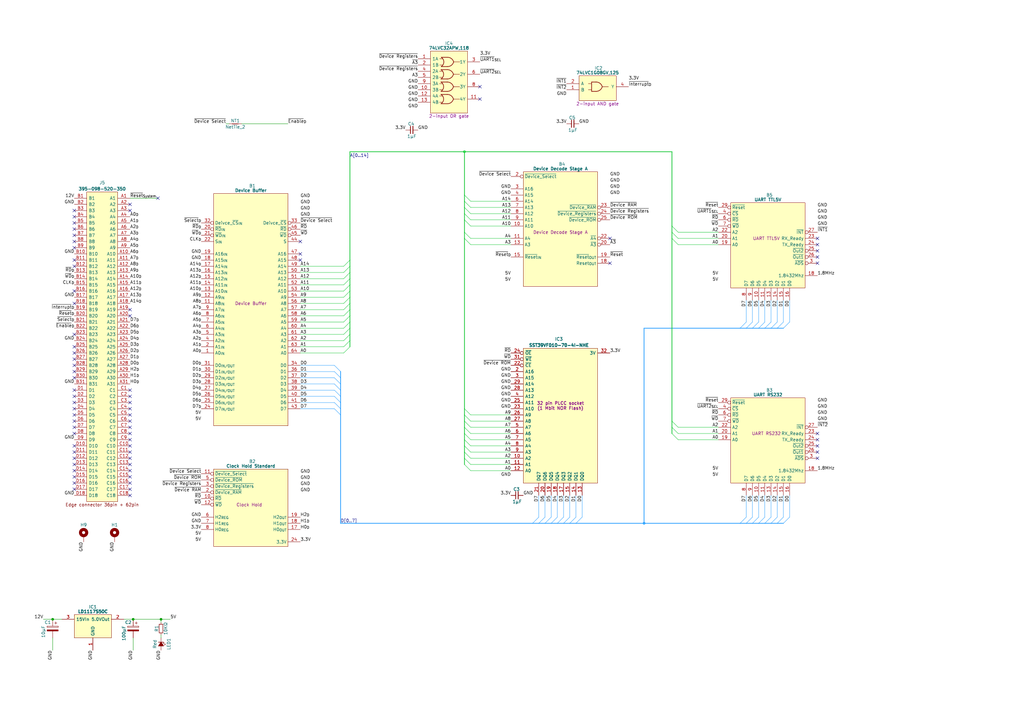
<source format=kicad_sch>
(kicad_sch (version 20231120) (generator "eeschema") (generator_version "8.0")
  (paper "A3")
  (title_block (title "HCP65 UART Board") (date "2024-08-04") (rev "V0"))
  (junction (at 66.04 254))
  (junction (at 264.16 214.63) (color 36 156 255 1))
  (junction (at 190.5 62.23) (color 24 199 56 1))
  (junction (at 54.61 254))
  (junction (at 21.59 254))
  (no_connect (at 30.48 177.8))
  (no_connect (at 30.48 185.42))
  (no_connect (at 64.77 81.28))
  (no_connect (at 196.85 35.56))
  (no_connect (at 30.48 172.72))
  (no_connect (at 30.48 88.9))
  (no_connect (at 53.34 83.82))
  (no_connect (at 30.48 187.96))
  (no_connect (at 53.34 162.56))
  (no_connect (at 53.34 185.42))
  (no_connect (at 30.48 147.32))
  (no_connect (at 30.48 149.86))
  (no_connect (at 30.48 175.26))
  (no_connect (at 53.34 86.36))
  (no_connect (at 30.48 200.66))
  (no_connect (at 335.28 100.33))
  (no_connect (at 196.85 40.64))
  (no_connect (at 53.34 187.96))
  (no_connect (at 335.28 97.79))
  (no_connect (at 30.48 99.06))
  (no_connect (at 250.19 97.79))
  (no_connect (at 335.28 182.88))
  (no_connect (at 53.34 190.5))
  (no_connect (at 30.48 119.38))
  (no_connect (at 53.34 129.54))
  (no_connect (at 53.34 180.34))
  (no_connect (at 335.28 107.95))
  (no_connect (at 30.48 154.94))
  (no_connect (at 53.34 160.02))
  (no_connect (at 30.48 101.6))
  (no_connect (at 30.48 190.5))
  (no_connect (at 30.48 170.18))
  (no_connect (at 30.48 165.1))
  (no_connect (at 335.28 105.41))
  (no_connect (at 53.34 200.66))
  (no_connect (at 30.48 193.04))
  (no_connect (at 30.48 160.02))
  (no_connect (at 30.48 198.12))
  (no_connect (at 53.34 175.26))
  (no_connect (at 53.34 198.12))
  (no_connect (at 123.19 99.06))
  (no_connect (at 53.34 177.8))
  (no_connect (at 30.48 195.58))
  (no_connect (at 53.34 170.18))
  (no_connect (at 30.48 109.22))
  (no_connect (at 30.48 142.24))
  (no_connect (at 335.28 102.87))
  (no_connect (at 53.34 193.04))
  (no_connect (at 30.48 182.88))
  (no_connect (at 250.19 107.95))
  (no_connect (at 335.28 185.42))
  (no_connect (at 335.28 180.34))
  (no_connect (at 30.48 162.56))
  (no_connect (at 123.19 106.68))
  (no_connect (at 30.48 137.16))
  (no_connect (at 53.34 165.1))
  (no_connect (at 30.48 124.46))
  (no_connect (at 30.48 144.78))
  (no_connect (at 53.34 172.72))
  (no_connect (at 30.48 86.36))
  (no_connect (at 30.48 93.98))
  (no_connect (at 53.34 182.88))
  (no_connect (at 53.34 127))
  (no_connect (at 30.48 106.68))
  (no_connect (at 30.48 152.4))
  (no_connect (at 335.28 187.96))
  (no_connect (at 30.48 96.52))
  (no_connect (at 53.34 203.2))
  (no_connect (at 53.34 195.58))
  (no_connect (at 30.48 167.64))
  (no_connect (at 335.28 177.8))
  (no_connect (at 30.48 91.44))
  (no_connect (at 123.19 104.14))
  (no_connect (at 53.34 167.64))
  (bus_entry (at 190.5 170.18) (size 2.54 2.54) (stroke (width 0) (color 24 199 56 1)))
  (bus_entry (at 311.15 212.09) (size -2.54 2.54) (stroke (width 0) (color 36 156 255 1)))
  (bus_entry (at 321.31 212.09) (size -2.54 2.54) (stroke (width 0) (color 36 156 255 1)))
  (bus_entry (at 137.16 167.64) (size 2.54 2.54) (stroke (width 0) (color 36 156 255 1)))
  (bus_entry (at 275.59 95.25) (size 2.54 2.54) (stroke (width 0) (color 24 199 56 1)))
  (bus_entry (at 313.69 132.08) (size -2.54 2.54) (stroke (width 0) (color 36 156 255 1)))
  (bus_entry (at 190.5 177.8) (size 2.54 2.54) (stroke (width 0) (color 24 199 56 1)))
  (bus_entry (at 143.51 109.22) (size -2.54 2.54) (stroke (width 0) (color 24 199 56 1)))
  (bus_entry (at 190.5 82.55) (size 2.54 2.54) (stroke (width 0) (color 24 199 56 1)))
  (bus_entry (at 143.51 121.92) (size -2.54 2.54) (stroke (width 0) (color 24 199 56 1)))
  (bus_entry (at 228.6 212.09) (size -2.54 2.54) (stroke (width 0) (color 36 156 255 1)))
  (bus_entry (at 143.51 106.68) (size -2.54 2.54) (stroke (width 0) (color 24 199 56 1)))
  (bus_entry (at 143.51 137.16) (size -2.54 2.54) (stroke (width 0) (color 24 199 56 1)))
  (bus_entry (at 223.52 212.09) (size -2.54 2.54) (stroke (width 0) (color 36 156 255 1)))
  (bus_entry (at 233.68 212.09) (size -2.54 2.54) (stroke (width 0) (color 36 156 255 1)))
  (bus_entry (at 318.77 212.09) (size -2.54 2.54) (stroke (width 0) (color 36 156 255 1)))
  (bus_entry (at 190.5 167.64) (size 2.54 2.54) (stroke (width 0) (color 24 199 56 1)))
  (bus_entry (at 323.85 132.08) (size -2.54 2.54) (stroke (width 0) (color 36 156 255 1)))
  (bus_entry (at 275.59 177.8) (size 2.54 2.54) (stroke (width 0) (color 24 199 56 1)))
  (bus_entry (at 137.16 162.56) (size 2.54 2.54) (stroke (width 0) (color 36 156 255 1)))
  (bus_entry (at 238.76 212.09) (size -2.54 2.54) (stroke (width 0) (color 36 156 255 1)))
  (bus_entry (at 190.5 95.25) (size 2.54 2.54) (stroke (width 0) (color 24 199 56 1)))
  (bus_entry (at 306.07 132.08) (size -2.54 2.54) (stroke (width 0) (color 36 156 255 1)))
  (bus_entry (at 311.15 132.08) (size -2.54 2.54) (stroke (width 0) (color 36 156 255 1)))
  (bus_entry (at 143.51 111.76) (size -2.54 2.54) (stroke (width 0) (color 24 199 56 1)))
  (bus_entry (at 220.98 212.09) (size -2.54 2.54) (stroke (width 0) (color 36 156 255 1)))
  (bus_entry (at 236.22 212.09) (size -2.54 2.54) (stroke (width 0) (color 36 156 255 1)))
  (bus_entry (at 190.5 187.96) (size 2.54 2.54) (stroke (width 0) (color 24 199 56 1)))
  (bus_entry (at 143.51 124.46) (size -2.54 2.54) (stroke (width 0) (color 24 199 56 1)))
  (bus_entry (at 190.5 185.42) (size 2.54 2.54) (stroke (width 0) (color 24 199 56 1)))
  (bus_entry (at 275.59 92.71) (size 2.54 2.54) (stroke (width 0) (color 24 199 56 1)))
  (bus_entry (at 137.16 160.02) (size 2.54 2.54) (stroke (width 0) (color 36 156 255 1)))
  (bus_entry (at 190.5 97.79) (size 2.54 2.54) (stroke (width 0) (color 24 199 56 1)))
  (bus_entry (at 143.51 139.7) (size -2.54 2.54) (stroke (width 0) (color 24 199 56 1)))
  (bus_entry (at 275.59 175.26) (size 2.54 2.54) (stroke (width 0) (color 24 199 56 1)))
  (bus_entry (at 275.59 97.79) (size 2.54 2.54) (stroke (width 0) (color 24 199 56 1)))
  (bus_entry (at 190.5 180.34) (size 2.54 2.54) (stroke (width 0) (color 24 199 56 1)))
  (bus_entry (at 190.5 85.09) (size 2.54 2.54) (stroke (width 0) (color 24 199 56 1)))
  (bus_entry (at 143.51 132.08) (size -2.54 2.54) (stroke (width 0) (color 24 199 56 1)))
  (bus_entry (at 190.5 190.5) (size 2.54 2.54) (stroke (width 0) (color 24 199 56 1)))
  (bus_entry (at 190.5 172.72) (size 2.54 2.54) (stroke (width 0) (color 24 199 56 1)))
  (bus_entry (at 137.16 149.86) (size 2.54 2.54) (stroke (width 0) (color 36 156 255 1)))
  (bus_entry (at 190.5 90.17) (size 2.54 2.54) (stroke (width 0) (color 24 199 56 1)))
  (bus_entry (at 231.14 212.09) (size -2.54 2.54) (stroke (width 0) (color 36 156 255 1)))
  (bus_entry (at 143.51 114.3) (size -2.54 2.54) (stroke (width 0) (color 24 199 56 1)))
  (bus_entry (at 308.61 132.08) (size -2.54 2.54) (stroke (width 0) (color 36 156 255 1)))
  (bus_entry (at 137.16 154.94) (size 2.54 2.54) (stroke (width 0) (color 36 156 255 1)))
  (bus_entry (at 190.5 80.01) (size 2.54 2.54) (stroke (width 0) (color 24 199 56 1)))
  (bus_entry (at 143.51 134.62) (size -2.54 2.54) (stroke (width 0) (color 24 199 56 1)))
  (bus_entry (at 137.16 165.1) (size 2.54 2.54) (stroke (width 0) (color 36 156 255 1)))
  (bus_entry (at 190.5 175.26) (size 2.54 2.54) (stroke (width 0) (color 24 199 56 1)))
  (bus_entry (at 318.77 132.08) (size -2.54 2.54) (stroke (width 0) (color 36 156 255 1)))
  (bus_entry (at 316.23 132.08) (size -2.54 2.54) (stroke (width 0) (color 36 156 255 1)))
  (bus_entry (at 143.51 119.38) (size -2.54 2.54) (stroke (width 0) (color 24 199 56 1)))
  (bus_entry (at 226.06 212.09) (size -2.54 2.54) (stroke (width 0) (color 36 156 255 1)))
  (bus_entry (at 275.59 172.72) (size 2.54 2.54) (stroke (width 0) (color 24 199 56 1)))
  (bus_entry (at 190.5 182.88) (size 2.54 2.54) (stroke (width 0) (color 24 199 56 1)))
  (bus_entry (at 306.07 212.09) (size -2.54 2.54) (stroke (width 0) (color 36 156 255 1)))
  (bus_entry (at 308.61 212.09) (size -2.54 2.54) (stroke (width 0) (color 36 156 255 1)))
  (bus_entry (at 143.51 129.54) (size -2.54 2.54) (stroke (width 0) (color 24 199 56 1)))
  (bus_entry (at 137.16 152.4) (size 2.54 2.54) (stroke (width 0) (color 36 156 255 1)))
  (bus_entry (at 143.51 127) (size -2.54 2.54) (stroke (width 0) (color 24 199 56 1)))
  (bus_entry (at 143.51 142.24) (size -2.54 2.54) (stroke (width 0) (color 24 199 56 1)))
  (bus_entry (at 137.16 157.48) (size 2.54 2.54) (stroke (width 0) (color 36 156 255 1)))
  (bus_entry (at 321.31 132.08) (size -2.54 2.54) (stroke (width 0) (color 36 156 255 1)))
  (bus_entry (at 190.5 87.63) (size 2.54 2.54) (stroke (width 0) (color 24 199 56 1)))
  (bus_entry (at 316.23 212.09) (size -2.54 2.54) (stroke (width 0) (color 36 156 255 1)))
  (bus_entry (at 313.69 212.09) (size -2.54 2.54) (stroke (width 0) (color 36 156 255 1)))
  (bus_entry (at 323.85 212.09) (size -2.54 2.54) (stroke (width 0) (color 36 156 255 1)))
  (bus_entry (at 143.51 116.84) (size -2.54 2.54) (stroke (width 0) (color 24 199 56 1)))
  (wire (pts (xy 226.06 212.09) (xy 226.06 203.2)) (stroke (width 0) (color 36 156 255 1)))
  (bus (pts (xy 275.59 92.71) (xy 275.59 95.25)) (stroke (width 0) (color 24 199 56 1)))
  (bus (pts (xy 190.5 185.42) (xy 190.5 187.96)) (stroke (width 0) (color 24 199 56 1)))
  (wire (pts (xy 193.04 185.42) (xy 209.55 185.42)) (stroke (width 0) (color 24 199 56 1)))
  (bus (pts (xy 143.51 124.46) (xy 143.51 127)) (stroke (width 0) (color 24 199 56 1)))
  (bus (pts (xy 139.7 160.02) (xy 139.7 157.48)) (stroke (width 0) (color 36 156 255 1)))
  (bus (pts (xy 139.7 170.18) (xy 139.7 167.64)) (stroke (width 0) (color 36 156 255 1)))
  (wire (pts (xy 306.07 212.09) (xy 306.07 203.2)) (stroke (width 0) (color 36 156 255 1)))
  (bus (pts (xy 143.51 129.54) (xy 143.51 132.08)) (stroke (width 0) (color 24 199 56 1)))
  (bus (pts (xy 311.15 134.62) (xy 308.61 134.62)) (stroke (width 0) (color 36 156 255 1)))
  (wire (pts (xy 193.04 85.09) (xy 209.55 85.09)) (stroke (width 0) (color 24 199 56 1)))
  (wire (pts (xy 66.04 260.35) (xy 66.04 261.62)))
  (wire (pts (xy 53.34 81.28) (xy 64.77 81.28)))
  (bus (pts (xy 306.07 214.63) (xy 308.61 214.63)) (stroke (width 0) (color 36 156 255 1)))
  (wire (pts (xy 137.16 167.64) (xy 123.19 167.64)) (stroke (width 0) (color 36 156 255 1)))
  (wire (pts (xy 123.19 137.16) (xy 140.97 137.16)) (stroke (width 0) (color 24 199 56 1)))
  (bus (pts (xy 223.52 214.63) (xy 226.06 214.63)) (stroke (width 0) (color 36 156 255 1)))
  (wire (pts (xy 313.69 132.08) (xy 313.69 123.19)) (stroke (width 0) (color 36 156 255 1)))
  (bus (pts (xy 139.7 162.56) (xy 139.7 160.02)) (stroke (width 0) (color 36 156 255 1)))
  (wire (pts (xy 50.8 254) (xy 54.61 254)))
  (wire (pts (xy 278.13 177.8) (xy 294.64 177.8)) (stroke (width 0) (color 24 199 56 1)))
  (wire (pts (xy 193.04 182.88) (xy 209.55 182.88)) (stroke (width 0) (color 24 199 56 1)))
  (wire (pts (xy 193.04 187.96) (xy 209.55 187.96)) (stroke (width 0) (color 24 199 56 1)))
  (bus (pts (xy 190.5 177.8) (xy 190.5 180.34)) (stroke (width 0) (color 24 199 56 1)))
  (bus (pts (xy 139.7 170.18) (xy 139.7 214.63)) (stroke (width 0) (color 36 156 255 1)))
  (bus (pts (xy 190.5 87.63) (xy 190.5 90.17)) (stroke (width 0) (color 24 199 56 1)))
  (bus (pts (xy 190.5 62.23) (xy 143.51 62.23)) (stroke (width 0) (color 24 199 56 1)))
  (wire (pts (xy 278.13 100.33) (xy 294.64 100.33)) (stroke (width 0) (color 24 199 56 1)))
  (wire (pts (xy 66.04 254) (xy 69.85 254)))
  (bus (pts (xy 264.16 134.62) (xy 264.16 214.63)) (stroke (width 0) (color 36 156 255 1)))
  (bus (pts (xy 306.07 134.62) (xy 303.53 134.62)) (stroke (width 0) (color 36 156 255 1)))
  (wire (pts (xy 54.61 261.62) (xy 54.61 266.7)))
  (wire (pts (xy 318.77 132.08) (xy 318.77 123.19)) (stroke (width 0) (color 36 156 255 1)))
  (bus (pts (xy 190.5 85.09) (xy 190.5 87.63)) (stroke (width 0) (color 24 199 56 1)))
  (bus (pts (xy 143.51 134.62) (xy 143.51 137.16)) (stroke (width 0) (color 24 199 56 1)))
  (wire (pts (xy 123.19 119.38) (xy 140.97 119.38)) (stroke (width 0) (color 24 199 56 1)))
  (wire (pts (xy 321.31 212.09) (xy 321.31 203.2)) (stroke (width 0) (color 36 156 255 1)))
  (wire (pts (xy 193.04 90.17) (xy 209.55 90.17)) (stroke (width 0) (color 24 199 56 1)))
  (wire (pts (xy 137.16 160.02) (xy 123.19 160.02)) (stroke (width 0) (color 36 156 255 1)))
  (bus (pts (xy 190.5 82.55) (xy 190.5 85.09)) (stroke (width 0) (color 24 199 56 1)))
  (wire (pts (xy 123.19 139.7) (xy 140.97 139.7)) (stroke (width 0) (color 24 199 56 1)))
  (bus (pts (xy 264.16 214.63) (xy 303.53 214.63)) (stroke (width 0) (color 36 156 255 1)))
  (wire (pts (xy 123.19 132.08) (xy 140.97 132.08)) (stroke (width 0) (color 24 199 56 1)))
  (wire (pts (xy 278.13 180.34) (xy 294.64 180.34)) (stroke (width 0) (color 24 199 56 1)))
  (bus (pts (xy 190.5 172.72) (xy 190.5 175.26)) (stroke (width 0) (color 24 199 56 1)))
  (wire (pts (xy 193.04 92.71) (xy 209.55 92.71)) (stroke (width 0) (color 24 199 56 1)))
  (wire (pts (xy 193.04 97.79) (xy 209.55 97.79)) (stroke (width 0) (color 24 199 56 1)))
  (bus (pts (xy 190.5 182.88) (xy 190.5 185.42)) (stroke (width 0) (color 24 199 56 1)))
  (wire (pts (xy 193.04 100.33) (xy 209.55 100.33)) (stroke (width 0) (color 24 199 56 1)))
  (bus (pts (xy 143.51 139.7) (xy 143.51 142.24)) (stroke (width 0) (color 24 199 56 1)))
  (wire (pts (xy 137.16 162.56) (xy 123.19 162.56)) (stroke (width 0) (color 36 156 255 1)))
  (wire (pts (xy 137.16 157.48) (xy 123.19 157.48)) (stroke (width 0) (color 36 156 255 1)))
  (wire (pts (xy 123.19 142.24) (xy 140.97 142.24)) (stroke (width 0) (color 24 199 56 1)))
  (bus (pts (xy 275.59 172.72) (xy 275.59 175.26)) (stroke (width 0) (color 24 199 56 1)))
  (bus (pts (xy 190.5 90.17) (xy 190.5 95.25)) (stroke (width 0) (color 24 199 56 1)))
  (wire (pts (xy 233.68 212.09) (xy 233.68 203.2)) (stroke (width 0) (color 36 156 255 1)))
  (wire (pts (xy 17.78 254) (xy 21.59 254)))
  (wire (pts (xy 123.19 127) (xy 140.97 127)) (stroke (width 0) (color 24 199 56 1)))
  (bus (pts (xy 318.77 214.63) (xy 316.23 214.63)) (stroke (width 0) (color 36 156 255 1)))
  (wire (pts (xy 193.04 172.72) (xy 209.55 172.72)) (stroke (width 0) (color 24 199 56 1)))
  (wire (pts (xy 193.04 193.04) (xy 209.55 193.04)) (stroke (width 0) (color 24 199 56 1)))
  (wire (pts (xy 123.19 124.46) (xy 140.97 124.46)) (stroke (width 0) (color 24 199 56 1)))
  (wire (pts (xy 193.04 87.63) (xy 209.55 87.63)) (stroke (width 0) (color 24 199 56 1)))
  (wire (pts (xy 193.04 177.8) (xy 209.55 177.8)) (stroke (width 0) (color 24 199 56 1)))
  (bus (pts (xy 190.5 80.01) (xy 190.5 62.23)) (stroke (width 0) (color 24 199 56 1)))
  (wire (pts (xy 92.71 50.8) (xy 93.98 50.8)))
  (bus (pts (xy 233.68 214.63) (xy 231.14 214.63)) (stroke (width 0) (color 36 156 255 1)))
  (bus (pts (xy 313.69 214.63) (xy 311.15 214.63)) (stroke (width 0) (color 36 156 255 1)))
  (bus (pts (xy 143.51 121.92) (xy 143.51 124.46)) (stroke (width 0) (color 24 199 56 1)))
  (bus (pts (xy 306.07 134.62) (xy 308.61 134.62)) (stroke (width 0) (color 36 156 255 1)))
  (bus (pts (xy 318.77 214.63) (xy 321.31 214.63)) (stroke (width 0) (color 36 156 255 1)))
  (bus (pts (xy 190.5 187.96) (xy 190.5 190.5)) (stroke (width 0) (color 24 199 56 1)))
  (wire (pts (xy 123.19 116.84) (xy 140.97 116.84)) (stroke (width 0) (color 24 199 56 1)))
  (wire (pts (xy 137.16 149.86) (xy 123.19 149.86)) (stroke (width 0) (color 36 156 255 1)))
  (wire (pts (xy 316.23 132.08) (xy 316.23 123.19)) (stroke (width 0) (color 36 156 255 1)))
  (wire (pts (xy 123.19 114.3) (xy 140.97 114.3)) (stroke (width 0) (color 24 199 56 1)))
  (bus (pts (xy 143.51 127) (xy 143.51 129.54)) (stroke (width 0) (color 24 199 56 1)))
  (wire (pts (xy 193.04 180.34) (xy 209.55 180.34)) (stroke (width 0) (color 24 199 56 1)))
  (bus (pts (xy 220.98 214.63) (xy 223.52 214.63)) (stroke (width 0) (color 36 156 255 1)))
  (wire (pts (xy 231.14 212.09) (xy 231.14 203.2)) (stroke (width 0) (color 36 156 255 1)))
  (bus (pts (xy 190.5 175.26) (xy 190.5 177.8)) (stroke (width 0) (color 24 199 56 1)))
  (bus (pts (xy 190.5 167.64) (xy 190.5 170.18)) (stroke (width 0) (color 24 199 56 1)))
  (wire (pts (xy 278.13 97.79) (xy 294.64 97.79)) (stroke (width 0) (color 24 199 56 1)))
  (wire (pts (xy 308.61 132.08) (xy 308.61 123.19)) (stroke (width 0) (color 36 156 255 1)))
  (bus (pts (xy 190.5 80.01) (xy 190.5 82.55)) (stroke (width 0) (color 24 199 56 1)))
  (wire (pts (xy 278.13 175.26) (xy 294.64 175.26)) (stroke (width 0) (color 24 199 56 1)))
  (bus (pts (xy 275.59 97.79) (xy 275.59 172.72)) (stroke (width 0) (color 24 199 56 1)))
  (wire (pts (xy 321.31 132.08) (xy 321.31 123.19)) (stroke (width 0) (color 36 156 255 1)))
  (wire (pts (xy 118.11 50.8) (xy 99.06 50.8)))
  (bus (pts (xy 236.22 214.63) (xy 264.16 214.63)) (stroke (width 0) (color 36 156 255 1)))
  (bus (pts (xy 275.59 62.23) (xy 275.59 92.71)) (stroke (width 0) (color 24 199 56 1)))
  (bus (pts (xy 318.77 134.62) (xy 316.23 134.62)) (stroke (width 0) (color 36 156 255 1)))
  (bus (pts (xy 143.51 119.38) (xy 143.51 116.84)) (stroke (width 0) (color 24 199 56 1)))
  (bus (pts (xy 264.16 134.62) (xy 303.53 134.62)) (stroke (width 0) (color 36 156 255 1)))
  (wire (pts (xy 308.61 212.09) (xy 308.61 203.2)) (stroke (width 0) (color 36 156 255 1)))
  (bus (pts (xy 233.68 214.63) (xy 236.22 214.63)) (stroke (width 0) (color 36 156 255 1)))
  (bus (pts (xy 220.98 214.63) (xy 218.44 214.63)) (stroke (width 0) (color 36 156 255 1)))
  (bus (pts (xy 143.51 111.76) (xy 143.51 114.3)) (stroke (width 0) (color 24 199 56 1)))
  (bus (pts (xy 139.7 214.63) (xy 218.44 214.63)) (stroke (width 0) (color 36 156 255 1)))
  (wire (pts (xy 311.15 132.08) (xy 311.15 123.19)) (stroke (width 0) (color 36 156 255 1)))
  (wire (pts (xy 278.13 95.25) (xy 294.64 95.25)) (stroke (width 0) (color 24 199 56 1)))
  (wire (pts (xy 220.98 212.09) (xy 220.98 203.2)) (stroke (width 0) (color 36 156 255 1)))
  (bus (pts (xy 306.07 214.63) (xy 303.53 214.63)) (stroke (width 0) (color 36 156 255 1)))
  (wire (pts (xy 137.16 165.1) (xy 123.19 165.1)) (stroke (width 0) (color 36 156 255 1)))
  (wire (pts (xy 123.19 109.22) (xy 140.97 109.22)) (stroke (width 0) (color 24 199 56 1)))
  (wire (pts (xy 193.04 82.55) (xy 209.55 82.55)) (stroke (width 0) (color 24 199 56 1)))
  (wire (pts (xy 238.76 212.09) (xy 238.76 203.2)) (stroke (width 0) (color 36 156 255 1)))
  (bus (pts (xy 190.5 170.18) (xy 190.5 172.72)) (stroke (width 0) (color 24 199 56 1)))
  (bus (pts (xy 190.5 62.23) (xy 275.59 62.23)) (stroke (width 0) (color 24 199 56 1)))
  (wire (pts (xy 223.52 212.09) (xy 223.52 203.2)) (stroke (width 0) (color 36 156 255 1)))
  (bus (pts (xy 311.15 214.63) (xy 308.61 214.63)) (stroke (width 0) (color 36 156 255 1)))
  (bus (pts (xy 316.23 214.63) (xy 313.69 214.63)) (stroke (width 0) (color 36 156 255 1)))
  (wire (pts (xy 137.16 152.4) (xy 123.19 152.4)) (stroke (width 0) (color 36 156 255 1)))
  (bus (pts (xy 318.77 134.62) (xy 321.31 134.62)) (stroke (width 0) (color 36 156 255 1)))
  (bus (pts (xy 139.7 165.1) (xy 139.7 162.56)) (stroke (width 0) (color 36 156 255 1)))
  (wire (pts (xy 313.69 212.09) (xy 313.69 203.2)) (stroke (width 0) (color 36 156 255 1)))
  (bus (pts (xy 190.5 97.79) (xy 190.5 167.64)) (stroke (width 0) (color 24 199 56 1)))
  (wire (pts (xy 123.19 121.92) (xy 140.97 121.92)) (stroke (width 0) (color 24 199 56 1)))
  (bus (pts (xy 190.5 180.34) (xy 190.5 182.88)) (stroke (width 0) (color 24 199 56 1)))
  (bus (pts (xy 143.51 106.68) (xy 143.51 109.22)) (stroke (width 0) (color 24 199 56 1)))
  (wire (pts (xy 323.85 132.08) (xy 323.85 123.19)) (stroke (width 0) (color 36 156 255 1)))
  (bus (pts (xy 143.51 132.08) (xy 143.51 134.62)) (stroke (width 0) (color 24 199 56 1)))
  (wire (pts (xy 21.59 254) (xy 25.4 254)))
  (wire (pts (xy 193.04 175.26) (xy 209.55 175.26)) (stroke (width 0) (color 24 199 56 1)))
  (bus (pts (xy 143.51 62.23) (xy 143.51 106.68)) (stroke (width 0) (color 24 199 56 1)))
  (bus (pts (xy 313.69 134.62) (xy 311.15 134.62)) (stroke (width 0) (color 36 156 255 1)))
  (wire (pts (xy 123.19 134.62) (xy 140.97 134.62)) (stroke (width 0) (color 24 199 56 1)))
  (bus (pts (xy 275.59 175.26) (xy 275.59 177.8)) (stroke (width 0) (color 24 199 56 1)))
  (wire (pts (xy 306.07 132.08) (xy 306.07 123.19)) (stroke (width 0) (color 36 156 255 1)))
  (bus (pts (xy 139.7 167.64) (xy 139.7 165.1)) (stroke (width 0) (color 36 156 255 1)))
  (wire (pts (xy 236.22 212.09) (xy 236.22 203.2)) (stroke (width 0) (color 36 156 255 1)))
  (bus (pts (xy 190.5 95.25) (xy 190.5 97.79)) (stroke (width 0) (color 24 199 56 1)))
  (wire (pts (xy 123.19 111.76) (xy 140.97 111.76)) (stroke (width 0) (color 24 199 56 1)))
  (wire (pts (xy 316.23 212.09) (xy 316.23 203.2)) (stroke (width 0) (color 36 156 255 1)))
  (bus (pts (xy 139.7 154.94) (xy 139.7 152.4)) (stroke (width 0) (color 36 156 255 1)))
  (wire (pts (xy 318.77 212.09) (xy 318.77 203.2)) (stroke (width 0) (color 36 156 255 1)))
  (wire (pts (xy 123.19 129.54) (xy 140.97 129.54)) (stroke (width 0) (color 24 199 56 1)))
  (bus (pts (xy 316.23 134.62) (xy 313.69 134.62)) (stroke (width 0) (color 36 156 255 1)))
  (wire (pts (xy 193.04 170.18) (xy 209.55 170.18)) (stroke (width 0) (color 24 199 56 1)))
  (wire (pts (xy 66.04 254) (xy 66.04 255.27)))
  (wire (pts (xy 54.61 254) (xy 66.04 254)))
  (wire (pts (xy 137.16 154.94) (xy 123.19 154.94)) (stroke (width 0) (color 36 156 255 1)))
  (bus (pts (xy 143.51 114.3) (xy 143.51 116.84)) (stroke (width 0) (color 24 199 56 1)))
  (wire (pts (xy 193.04 190.5) (xy 209.55 190.5)) (stroke (width 0) (color 24 199 56 1)))
  (bus (pts (xy 143.51 109.22) (xy 143.51 111.76)) (stroke (width 0) (color 24 199 56 1)))
  (wire (pts (xy 323.85 212.09) (xy 323.85 203.2)) (stroke (width 0) (color 36 156 255 1)))
  (bus (pts (xy 143.51 137.16) (xy 143.51 139.7)) (stroke (width 0) (color 24 199 56 1)))
  (wire (pts (xy 311.15 212.09) (xy 311.15 203.2)) (stroke (width 0) (color 36 156 255 1)))
  (bus (pts (xy 275.59 95.25) (xy 275.59 97.79)) (stroke (width 0) (color 24 199 56 1)))
  (bus (pts (xy 228.6 214.63) (xy 231.14 214.63)) (stroke (width 0) (color 36 156 255 1)))
  (bus (pts (xy 139.7 157.48) (xy 139.7 154.94)) (stroke (width 0) (color 36 156 255 1)))
  (bus (pts (xy 143.51 119.38) (xy 143.51 121.92)) (stroke (width 0) (color 24 199 56 1)))
  (wire (pts (xy 21.59 266.7) (xy 21.59 261.62)))
  (wire (pts (xy 228.6 212.09) (xy 228.6 203.2)) (stroke (width 0) (color 36 156 255 1)))
  (bus (pts (xy 226.06 214.63) (xy 228.6 214.63)) (stroke (width 0) (color 36 156 255 1)))
  (wire (pts (xy 123.19 144.78) (xy 140.97 144.78)) (stroke (width 0) (color 24 199 56 1)))
  (label "A8" (at 209.55 172.72 180))
  (label "~{WD}_{D}" (at 82.55 96.52 180))
  (label "GND" (at 335.28 90.17 0))
  (label "A7_{D}" (at 53.34 106.68 0))
  (label "~{RD}" (at 123.19 93.98 0))
  (label "GND" (at 335.28 170.18 0))
  (label "~{RD}_{D}" (at 82.55 93.98 180))
  (label "3.3V" (at 123.19 222.25 0))
  (label "12V" (at 17.78 254 180))
  (label "~{A3}" (at 171.45 26.67 180))
  (label "CLK_{D}" (at 30.48 116.84 180))
  (label "A13" (at 123.19 111.76 0))
  (label "A9" (at 123.19 121.92 0))
  (label "~{Device Registers}" (at 171.45 29.21 180))
  (label "~{Reset}_{D}" (at 209.55 105.41 180))
  (label "GND" (at 38.1 266.7 270))
  (label "D5_{D}" (at 53.34 137.16 0))
  (label "~{Enable}_{D}" (at 118.11 50.8 0))
  (label "A0" (at 123.19 144.78 0))
  (label "D1_{D}" (at 82.55 152.4 180))
  (label "~{INT1}" (at 335.28 95.25 0))
  (label "~{RD}" (at 294.64 170.18 180))
  (label "D2" (at 318.77 123.19 270))
  (label "A0" (at 294.64 180.34 180))
  (label "A2_{D}" (at 82.55 139.7 180))
  (label "D5" (at 311.15 123.19 270))
  (label "GND" (at 30.48 203.2 180))
  (label "GND" (at 335.28 165.1 0))
  (label "5V" (at 82.55 172.72 180))
  (label "GND" (at 171.45 39.37 180))
  (label "GND" (at 250.19 72.39 0))
  (label "D4" (at 313.69 123.19 270))
  (label "A9_{D}" (at 53.34 111.76 0))
  (label "A3" (at 123.19 137.16 0))
  (label "~{Device Select}" (at 209.55 72.39 180))
  (label "A10" (at 209.55 92.71 180))
  (label "A3" (at 209.55 100.33 180))
  (label "A8_{D}" (at 82.55 124.46 180))
  (label "A3_{D}" (at 82.55 137.16 180))
  (label "D7" (at 123.19 167.64 0))
  (label "A10_{D}" (at 53.34 114.3 0))
  (label "~{WD}" (at 294.64 92.71 180))
  (label "~{Interrupt}_{D}" (at 257.81 35.56 0))
  (label "D7" (at 306.07 203.2 270))
  (label "D3_{D}" (at 53.34 142.24 0))
  (label "D3" (at 231.14 203.2 270))
  (label "A4" (at 209.55 97.79 180))
  (label "A9" (at 209.55 170.18 180))
  (label "GND" (at 82.55 214.63 180))
  (label "~{Enable}_{D}" (at 30.48 134.62 180))
  (label "D4" (at 228.6 203.2 270))
  (label "~{WD}" (at 294.64 172.72 180))
  (label "A8" (at 123.19 124.46 0))
  (label "H1_{D}" (at 53.34 154.94 0))
  (label "~{WD}" (at 123.19 96.52 0))
  (label "A2" (at 123.19 139.7 0))
  (label "D4" (at 313.69 203.2 270))
  (label "GND" (at 21.59 266.7 270))
  (label "A2" (at 294.64 175.26 180))
  (label "GND" (at 30.48 104.14 180))
  (label "GND" (at 209.55 154.94 180))
  (label "A12_{D}" (at 82.55 114.3 180))
  (label "GND" (at 250.19 74.93 0))
  (label "5V" (at 82.55 222.25 180))
  (label "A4" (at 209.55 182.88 180))
  (label "D4_{D}" (at 82.55 160.02 180))
  (label "D6" (at 308.61 203.2 270))
  (label "D7_{D}" (at 82.55 167.64 180))
  (label "D2_{D}" (at 53.34 144.78 0))
  (label "12V" (at 30.48 81.28 180))
  (label "D0" (at 123.19 149.86 0))
  (label "A11_{D}" (at 53.34 116.84 0))
  (label "~{Device Registers}" (at 171.45 24.13 180))
  (label "A14_{D}" (at 82.55 109.22 180))
  (label "3.3V" (at 82.55 217.17 180))
  (label "3.3V" (at 166.37 53.34 180))
  (label "A0_{D}" (at 82.55 144.78 180))
  (label "GND" (at 209.55 167.64 180))
  (label "GND" (at 30.48 121.92 180))
  (label "3.3V" (at 250.19 144.78 0))
  (label "GND" (at 123.19 83.82 0))
  (label "A11" (at 123.19 116.84 0))
  (label "~{UART1}_{SEL}" (at 294.64 87.63 180))
  (label "GND" (at 123.19 199.39 0))
  (label "A6" (at 123.19 129.54 0))
  (label "GND" (at 209.55 152.4 180))
  (label "A1_{D}" (at 53.34 91.44 0))
  (label "~{Reset}" (at 250.19 105.41 0))
  (label "GND" (at 335.28 167.64 0))
  (label "1.8MHz" (at 335.28 193.04 0))
  (label "~{Device Registers}" (at 250.19 87.63 0))
  (label "GND" (at 123.19 201.93 0))
  (label "GND" (at 335.28 92.71 0))
  (label "5V" (at 294.64 195.58 180))
  (label "A10" (at 123.19 119.38 0))
  (label "A4_{D}" (at 53.34 99.06 0))
  (label "5V" (at 294.64 193.04 180))
  (label "~{Device Select}" (at 82.55 194.31 180))
  (label "D0_{D}" (at 53.34 149.86 0))
  (label "GND" (at 30.48 180.34 180))
  (label "A5_{D}" (at 53.34 101.6 0))
  (label "5V" (at 209.55 115.57 180))
  (label "3.3V" (at 257.81 33.02 0))
  (label "A0" (at 294.64 100.33 180))
  (label "H2_{D}" (at 123.19 212.09 0))
  (label "GND" (at 171.45 53.34 0))
  (label "~{UART2}_{SEL}" (at 294.64 167.64 180))
  (label "A1_{D}" (at 82.55 142.24 180))
  (label "~{Device ROM}" (at 250.19 90.17 0))
  (label "A6" (at 209.55 177.8 180))
  (label "3.3V" (at 232.41 50.8 180))
  (label "GND" (at 232.41 39.37 180))
  (label "5V" (at 294.64 113.03 180))
  (label "~{UART1}_{SEL}" (at 196.85 25.4 0))
  (label "~{UART2}_{SEL}" (at 196.85 30.48 0))
  (label "A7" (at 123.19 127 0))
  (label "D[0..7]" (at 139.7 214.63 0))
  (label "A12_{D}" (at 53.34 119.38 0))
  (label "D0" (at 238.76 203.2 270))
  (label "~{WD}" (at 209.55 147.32 180))
  (label "~{Reset}_{D}" (at 30.48 129.54 180))
  (label "A1" (at 209.55 190.5 180))
  (label "GND" (at 250.19 77.47 0))
  (label "GND" (at 30.48 83.82 180))
  (label "~{Device ROM}" (at 82.55 196.85 180))
  (label "A7_{D}" (at 82.55 127 180))
  (label "A11" (at 209.55 90.17 180))
  (label "GND" (at 82.55 104.14 180))
  (label "D5_{D}" (at 82.55 162.56 180))
  (label "GND" (at 209.55 165.1 180))
  (label "A0" (at 209.55 193.04 180))
  (label "GND" (at 54.61 266.7 270))
  (label "~{Device ROM}" (at 209.55 149.86 180))
  (label "A8_{D}" (at 53.34 109.22 0))
  (label "D3_{D}" (at 82.55 157.48 180))
  (label "A1" (at 294.64 177.8 180))
  (label "GND" (at 123.19 86.36 0))
  (label "~{Device Select}" (at 92.71 50.8 180))
  (label "GND" (at 171.45 41.91 180))
  (label "~{A3}" (at 250.19 100.33 0))
  (label "5V" (at 209.55 113.03 180) (property "Netclass" "Power" (effects (hide yes))))
  (label "GND" (at 46.99 222.25 270))
  (label "GND" (at 171.45 34.29 180))
  (label "3.3V" (at 196.85 22.86 0))
  (label "GND" (at 30.48 139.7 180))
  (label "3.3V" (at 209.55 203.2 180))
  (label "GND" (at 209.55 80.01 180))
  (label "5V" (at 82.55 170.18 180))
  (label "~{RD}" (at 82.55 204.47 180))
  (label "~{Reset}" (at 294.64 85.09 180))
  (label "~{RD}" (at 294.64 90.17 180))
  (label "GND" (at 66.04 266.7 270))
  (label "A3" (at 171.45 31.75 180))
  (label "A6_{D}" (at 53.34 104.14 0))
  (label "~{RD}_{D}" (at 30.48 111.76 180))
  (label "GND" (at 335.28 87.63 0))
  (label "D3" (at 316.23 123.19 270))
  (label "D1_{D}" (at 53.34 147.32 0))
  (label "~{Device Select}" (at 123.19 91.44 0))
  (label "D6" (at 308.61 123.19 270))
  (label "A1" (at 294.64 97.79 180))
  (label "GND" (at 171.45 44.45 180))
  (label "A13" (at 209.55 85.09 180))
  (label "D7_{D}" (at 53.34 132.08 0))
  (label "D1" (at 321.31 203.2 270))
  (label "D6" (at 223.52 203.2 270))
  (label "CLK_{D}" (at 82.55 99.06 180))
  (label "D0_{D}" (at 82.55 149.86 180))
  (label "GND" (at 123.19 81.28 0))
  (label "GND" (at 171.45 36.83 180))
  (label "D2" (at 318.77 203.2 270))
  (label "~{Device RAM}" (at 82.55 201.93 180))
  (label "~{RD}" (at 209.55 144.78 180))
  (label "A6_{D}" (at 82.55 129.54 180))
  (label "GND" (at 335.28 85.09 0))
  (label "H1_{D}" (at 123.19 214.63 0))
  (label "A5_{D}" (at 82.55 132.08 180))
  (label "A13_{D}" (at 82.55 111.76 180))
  (label "GND" (at 250.19 80.01 0))
  (label "A14_{D}" (at 53.34 124.46 0))
  (label "D6_{D}" (at 82.55 165.1 180))
  (label "~{WD}_{D}" (at 30.48 114.3 180))
  (label "~{INT1}" (at 232.41 34.29 180))
  (label "D6_{D}" (at 53.34 134.62 0))
  (label "H0_{D}" (at 53.34 157.48 0))
  (label "A0_{D}" (at 53.34 88.9 0))
  (label "~{WD}" (at 82.55 207.01 180))
  (label "5V" (at 82.55 219.71 180) (property "Netclass" "Power" (effects (hide yes))))
  (label "A14" (at 209.55 82.55 180))
  (label "GND" (at 209.55 195.58 180))
  (label "GND" (at 123.19 194.31 0))
  (label "D1" (at 236.22 203.2 270))
  (label "A7" (at 209.55 175.26 180))
  (label "D0" (at 323.85 203.2 270))
  (label "A4" (at 123.19 134.62 0))
  (label "A12" (at 123.19 114.3 0))
  (label "A3" (at 209.55 185.42 180))
  (label "5V" (at 69.85 254 0))
  (label "D2" (at 123.19 154.94 0))
  (label "A14" (at 123.19 109.22 0))
  (label "GND" (at 209.55 160.02 180))
  (label "~{Select}_{D}" (at 30.48 132.08 180))
  (label "D7" (at 306.07 123.19 270))
  (label "GND" (at 335.28 172.72 0))
  (label "GND" (at 209.55 162.56 180))
  (label "GND" (at 82.55 212.09 180))
  (label "GND" (at 34.29 222.25 270))
  (label "D5" (at 123.19 162.56 0))
  (label "D1" (at 321.31 123.19 270))
  (label "D2_{D}" (at 82.55 154.94 180))
  (label "A2" (at 294.64 95.25 180))
  (label "GND" (at 82.55 106.68 180))
  (label "~{INT2}" (at 335.28 175.26 0))
  (label "D0" (at 323.85 123.19 270))
  (label "D2" (at 233.68 203.2 270))
  (label "GND" (at 209.55 77.47 180))
  (label "1.8MHz" (at 335.28 113.03 0))
  (label "A1" (at 123.19 142.24 0))
  (label "A10_{D}" (at 82.55 119.38 180))
  (label "D5" (at 311.15 203.2 270))
  (label "A5" (at 123.19 132.08 0))
  (label "~{Device Registers}" (at 82.55 199.39 180))
  (label "H2_{D}" (at 53.34 152.4 0))
  (label "D4" (at 123.19 160.02 0))
  (label "A2_{D}" (at 53.34 93.98 0))
  (label "~{Select}_{D}" (at 82.55 91.44 180))
  (label "H0_{D}" (at 123.19 217.17 0))
  (label "A4_{D}" (at 82.55 134.62 180))
  (label "~{Reset}_{System}" (at 53.34 81.28 0))
  (label "~{Interrupt}_{D}" (at 30.48 127 180))
  (label "D6" (at 123.19 165.1 0))
  (label "A3_{D}" (at 53.34 96.52 0))
  (label "A[0..14]" (at 143.51 64.77 0))
  (label "D1" (at 123.19 152.4 0))
  (label "D5" (at 226.06 203.2 270))
  (label "GND" (at 214.63 203.2 0))
  (label "~{Reset}" (at 294.64 165.1 180))
  (label "~{INT2}" (at 232.41 36.83 180))
  (label "D3" (at 123.19 157.48 0))
  (label "D4_{D}" (at 53.34 139.7 0))
  (label "5V" (at 294.64 115.57 180))
  (label "~{Device RAM}" (at 250.19 85.09 0))
  (label "D3" (at 316.23 203.2 270))
  (label "A12" (at 209.55 87.63 180))
  (label "GND" (at 30.48 157.48 180))
  (label "GND" (at 237.49 50.8 0))
  (label "GND" (at 123.19 196.85 0))
  (label "A11_{D}" (at 82.55 116.84 180))
  (label "A13_{D}" (at 53.34 121.92 0))
  (label "D7" (at 220.98 203.2 270))
  (label "GND" (at 123.19 88.9 0))
  (label "A5" (at 209.55 180.34 180))
  (label "A9_{D}" (at 82.55 121.92 180))
  (label "GND" (at 209.55 157.48 180))
  (label "A2" (at 209.55 187.96 180))
  (symbol (lib_id "HCP65:C_0805") (at 166.37 53.34 0) (unit 1)
    (property "Reference" "C4" (at 168.656 50.8 0))
    (property "Value" "1μF" (at 168.91 55.88 0))
    (property "Footprint" "SamacSys_Parts:C_0805" (effects (hide yes)))
  )
  (symbol (lib_id "HCP65:MountingHole_Pad") (at 34.29 219.71 0) (unit 1)
    (property "Reference" "H9" (at 34.29 215.265 0))
    (property "Value" "MountingHole_Pad" (effects (hide yes)))
    (property "Footprint" "HCP65_Parts:HCP65_MountingHole_M3_" (effects (hide yes)))
  )
  (symbol (lib_id "HCP65:C_0805") (at 209.55 203.2 0) (unit 1)
    (property "Reference" "C3" (at 211.836 200.66 0))
    (property "Value" "1μF" (at 212.09 205.74 0))
    (property "Footprint" "SamacSys_Parts:C_0805" (effects (hide yes)))
  )
  (symbol (lib_id "HCP65:C_Radial_D4.0mm_P2.00mm") (at 54.61 257.81 0) (mirror y) (unit 1)
    (property "Reference" "C2" (at 53.975 255.27 0) (effects (justify left)))
    (property "Value" "100μF" (at 50.8 262.89 90) (effects (justify left)))
    (property "Footprint" "SamacSys_Parts:CP_Radial_D4.0mm_P2.00mm" (effects (hide yes)))
  )
  (symbol (lib_id "HCP65:C_Radial_D4.0mm_P2.00mm") (at 21.59 257.81 0) (mirror y) (unit 1)
    (property "Reference" "C1" (at 20.955 255.27 0) (effects (justify left)))
    (property "Value" "10μF" (at 17.78 261.62 90) (effects (justify left)))
    (property "Footprint" "SamacSys_Parts:CP_Radial_D4.0mm_P2.00mm" (effects (hide yes)))
  )
  (symbol (lib_id "HCP65:UART RS232") (at 299.72 165.1 0) (unit 1)
    (property "Reference" "B3" (at 315.595 160.02 0))
    (property "Value" "UART RS232" (at 314.96 161.925 0) (effects (font (bold yes))))
    (property "Footprint" "HCP65_Parts:HCP65_RS232_UART" (effects (hide yes)))
    (property "Description" "UART RS232" (at 314.325 177.8 0))
    (property "Silkscreen" "RS232 UART" (effects (hide yes)))
  )
  (symbol (lib_id "HCP65:C_0805") (at 232.41 50.8 0) (unit 1)
    (property "Reference" "C5" (at 234.696 48.26 0))
    (property "Value" "1μF" (at 234.95 53.34 0))
    (property "Footprint" "SamacSys_Parts:C_0805" (effects (hide yes)))
  )
  (symbol (lib_id "Nexperia:74LVC1G08GV,125") (at 232.41 34.29 0) (unit 1)
    (property "Reference" "IC2" (at 243.84 27.94 0) (effects (justify left)))
    (property "Value" "74LVC1G08GV,125" (at 245.11 29.845 0) (effects (font (bold yes))))
    (property "Footprint" "SamacSys_Parts:SOT95P275X110-5N" (effects (hide yes)))
    (property "Datasheet" "https://assets.nexperia.com/documents/data-sheet/74LVC1G08.pdf" (effects (hide yes)))
    (property "Description" "2-input AND gate" (at 245.11 42.545 0))
    (property "Height" "1.1" (effects (hide yes)))
    (property "Manufacturer_Name" "Nexperia" (effects (hide yes)))
    (property "Manufacturer_Part_Number" "74LVC1G08GV,125" (effects (hide yes)))
    (property "Mouser Part Number" "771-74LVC1G08GV" (effects (hide yes)))
    (property "Mouser Price/Stock" "https://www.mouser.co.uk/ProductDetail/Nexperia/74LVC1G08GV125?qs=me8TqzrmIYXEnurJEPZc7A%3D%3D" (effects (hide yes)))
    (property "Arrow Part Number" "74LVC1G08GV,125" (effects (hide yes)))
    (property "Arrow Price/Stock" "https://www.arrow.com/en/products/74lvc1g08gv125/nexperia" (effects (hide yes)))
    (property "Silkscreen" "'1G08" (effects (hide yes)))
  )
  (symbol (lib_id "HCP65:UART TTL5V") (at 299.72 85.09 0) (unit 1)
    (property "Reference" "B5" (at 315.595 80.01 0))
    (property "Value" "UART TTL5V" (at 314.96 81.915 0) (effects (font (bold yes))))
    (property "Footprint" "HCP65_Parts:HCP65_TTL5V_UART" (effects (hide yes)))
    (property "Description" "UART TTL5V" (at 314.325 97.79 0))
    (property "Silkscreen" "TTL5V UART" (effects (hide yes)))
  )
  (symbol (lib_id "Microchip:SST39VF010-70-4I-NHE") (at 209.55 144.78 0) (unit 1)
    (property "Reference" "IC3" (at 229.235 139.065 0))
    (property "Value" "SST39VF010-70-4I-NHE" (at 229.235 141.605 0) (effects (font (bold yes))))
    (property "Footprint" "SamacSys_Parts:5408803224008" (effects (hide yes)))
    (property "Description" "32 pin PLCC socket\n(1 Mbit NOR Flash)" (at 229.87 166.37 0))
    (property "Height" "8.2" (effects (hide yes)))
    (property "Manufacturer_Name" "Microchip" (effects (hide yes)))
    (property "Manufacturer_Part_Number" "SST39VF010-70-4I-NHE" (effects (hide yes)))
    (property "Silkscreen" "SST39VF010-70" (effects (hide yes)))
    (property "Garbage" "Preci-Dip 1.27mm Pitch Female PLCC Socket, 32 Way, Through Hole, Tin Plated Contacts 1A" (effects (hide yes)))
  )
  (symbol (lib_id "HCP65:Device_Decode_Stage_A") (at 214.63 72.39 0) (unit 1)
    (property "Reference" "B4" (at 230.505 67.31 0))
    (property "Value" "Device Decode Stage A" (at 229.87 69.215 0) (effects (font (bold yes))))
    (property "Footprint" "HCP65_Parts:HCP65_Device_Decode_Stage_A" (effects (hide yes)))
    (property "Description" "Device Decode Stage A" (at 229.87 95.25 0))
    (property "Silkscreen" "Device Decode Stage A" (effects (hide yes)))
  )
  (symbol (lib_id "HCP65:Clock_Hold_Standard") (at 87.63 194.31 0) (unit 1)
    (property "Reference" "B2" (at 103.505 189.23 0))
    (property "Value" "Clock Hold Standard" (at 102.87 191.135 0) (effects (font (bold yes))))
    (property "Footprint" "HCP65_Parts:HCP65_Clock_Hold_Standard" (effects (hide yes)))
    (property "Description" "Clock Hold" (at 102.235 207.01 0))
    (property "Silkscreen" "Clock Hold Standard" (effects (hide yes)))
  )
  (symbol (lib_id "HCP65:Device_Buffer") (at 87.63 81.28 0) (unit 1)
    (property "Reference" "B1" (at 103.505 76.2 0))
    (property "Value" "Device Buffer" (at 102.87 78.105 0) (effects (font (bold yes))))
    (property "Footprint" "HCP65_Parts:HCP65_Device_Buffer" (effects (hide yes)))
    (property "Description" "Device Buffer" (at 102.87 124.46 0))
    (property "Silkscreen" "Device Buffer" (effects (hide yes)))
  )
  (symbol (lib_id "EDAC:395-098-520-350") (at 30.48 81.28 0) (unit 1)
    (property "Reference" "J5" (at 41.91 74.93 0))
    (property "Value" "395-098-520-350" (at 41.91 77.47 0) (effects (font (bold yes))))
    (property "Footprint" "SamacSys_Parts:98pin Edge Connector" (effects (hide yes)))
    (property "Datasheet" "https://media.digikey.com/pdf/Data%20Sheets/EDAC%20PDFs/395-098-520-350.pdf" (effects (hide yes)))
    (property "Description" "Standard Card Edge Connectors 98P Solder Tail 5.08mm ROW SPACE" (effects (hide yes)))
    (property "Height" "15.4" (effects (hide yes)))
    (property "Manufacturer_Name" "EDAC" (effects (hide yes)))
    (property "Manufacturer_Part_Number" "395-098-520-350" (effects (hide yes)))
    (property "Mouser Part Number" "587-395-098-520-350" (effects (hide yes)))
    (property "Mouser Price/Stock" "https://www.mouser.co.uk/ProductDetail/EDAC/395-098-520-350?qs=U4pz39agNJAWEyGruTa5gg%3D%3D" (effects (hide yes)))
    (property "Garbage" "Standard Card Edge Connectors 98P Solder Tail 5.08mm ROW SPACE" (effects (hide yes)))
  )
  (symbol (lib_id "HCP65:R_0805") (at 66.04 260.35 90) (unit 1)
    (property "Reference" "R1" (at 64.262 257.81 0))
    (property "Value" "10KΩ" (at 67.945 257.81 0))
    (property "Footprint" "SamacSys_Parts:R_0805" (effects (hide yes)))
  )
  (symbol (lib_id "ST_Microelectronics:LD1117S50C") (at 30.48 254 0) (unit 1)
    (property "Reference" "IC1" (at 38.1 248.92 0))
    (property "Value" "LD1117S50C" (at 38.1 250.825 0) (effects (font (bold yes))))
    (property "Footprint" "SamacSys_Parts:LD1117S33C" (effects (hide yes)))
    (property "Datasheet" "https://www.st.com/resource/en/datasheet/ld1117.pdf" (effects (hide yes)))
    (property "Description" "IC: voltage regulator; LDO, linear, fixed; 5.0V; 0.95A; SOT223; SMD" (effects (hide yes)))
    (property "Height" "1.8" (effects (hide yes)))
    (property "Manufacturer_Name" "STMicroelectronics" (effects (hide yes)))
    (property "Manufacturer_Part_Number" "LD1117S50C" (effects (hide yes)))
    (property "Silkscreen" "LD1117S50" (effects (hide yes)))
    (property "Garbage" "IC: voltage regulator; LDO, linear, fixed; 5.0V; 0.95A; SOT223; SMD" (effects (hide yes)))
  )
  (symbol (lib_id "Nexperia:74LVC32APW,118") (at 171.45 24.13 0) (unit 1)
    (property "Reference" "IC4" (at 184.15 17.78 0))
    (property "Value" "74LVC32APW,118" (at 184.15 19.685 0) (effects (font (bold yes))))
    (property "Footprint" "SamacSys_Parts:SOP65P640X110-14N" (effects (hide yes)))
    (property "Datasheet" "https://assets.nexperia.com/documents/data-sheet/74LVC32A.pdf" (effects (hide yes)))
    (property "Description" "2-input OR gate" (at 184.15 47.625 0))
    (property "Height" "1.1" (effects (hide yes)))
    (property "Manufacturer_Name" "Nexperia" (effects (hide yes)))
    (property "Manufacturer_Part_Number" "74LVC32APW,118" (effects (hide yes)))
    (property "Mouser Part Number" "771-74LVC32APW-T" (effects (hide yes)))
    (property "Mouser Price/Stock" "https://www.mouser.com/Search/Refine.aspx?Keyword=771-74LVC32APW-T" (effects (hide yes)))
    (property "Silkscreen" "74LVC32" (effects (hide yes)))
  )
  (symbol (lib_id "HCP65:LED") (at 66.04 264.16 270) (unit 1)
    (property "Reference" "LED1" (at 69.215 264.16 0))
    (property "Value" "Red" (at 63.5 264.16 0))
    (property "Footprint" "SamacSys_Parts:LED_D5.0mm" (effects (hide yes)))
  )
  (symbol (lib_id "Device:NetTie_2") (at 96.52 50.8 0) (mirror y) (unit 1) (in_bom no)
    (property "Reference" "NT1" (at 96.52 49.53 0))
    (property "Value" "NetTie_2" (at 96.52 52.07 0))
    (property "Footprint" "NetTie:NetTie-2_SMD_Pad0.5mm" (effects (hide yes)))
    (property "Description" "Net tie, 2 pins" (effects (hide yes)))
  )
  (symbol (lib_id "HCP65:MountingHole_Pad") (at 46.99 219.71 0) (unit 1)
    (property "Reference" "H1" (at 46.99 215.265 0))
    (property "Value" "MountingHole_Pad" (effects (hide yes)))
    (property "Footprint" "HCP65_Parts:HCP65_MountingHole_M3_" (effects (hide yes)))
  )
)
</source>
